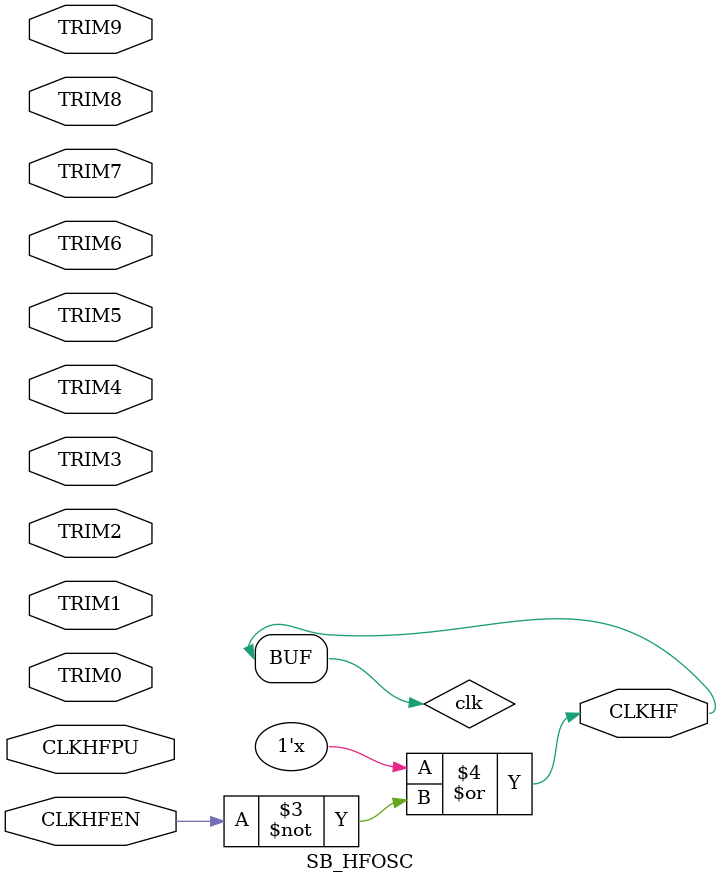
<source format=v>
`timescale 1ns/1ps

module SB_HFOSC( 
	input TRIM0, 
	input TRIM1, 
	input TRIM2, 
	input TRIM3, 
	input TRIM4, 
	input TRIM5, 
	input TRIM6, 
	input TRIM7, 
	input TRIM8, 
	input TRIM9, 
	input CLKHFPU, 
	input CLKHFEN, 
	output CLKHF 
); 

parameter TRIM_EN = "0b0"; 
parameter CLKHF_DIV = "0b11"; // "0b00" = 48 MHz, "0b01" = 24 MHz, "0b10" = 12 MHz, "0b11" = 6 MHz 
reg clk = 0; 

always 
	if(CLKHF_DIV == "0b00") 
		#10.42 clk <= ~clk | ~CLKHFEN; 
	else 

	if(CLKHF_DIV == "0b01") 
		#20.83 clk <= ~clk | ~CLKHFEN; 
	else 

	if(CLKHF_DIV == "0b10") 
		#41.67 clk <= ~clk | ~CLKHFEN; 
	else 
	if(CLKHF_DIV == "0b11") 
		#83.3 clk <= ~clk | ~CLKHFEN; 
assign CLKHF = clk; 


endmodule 
</source>
